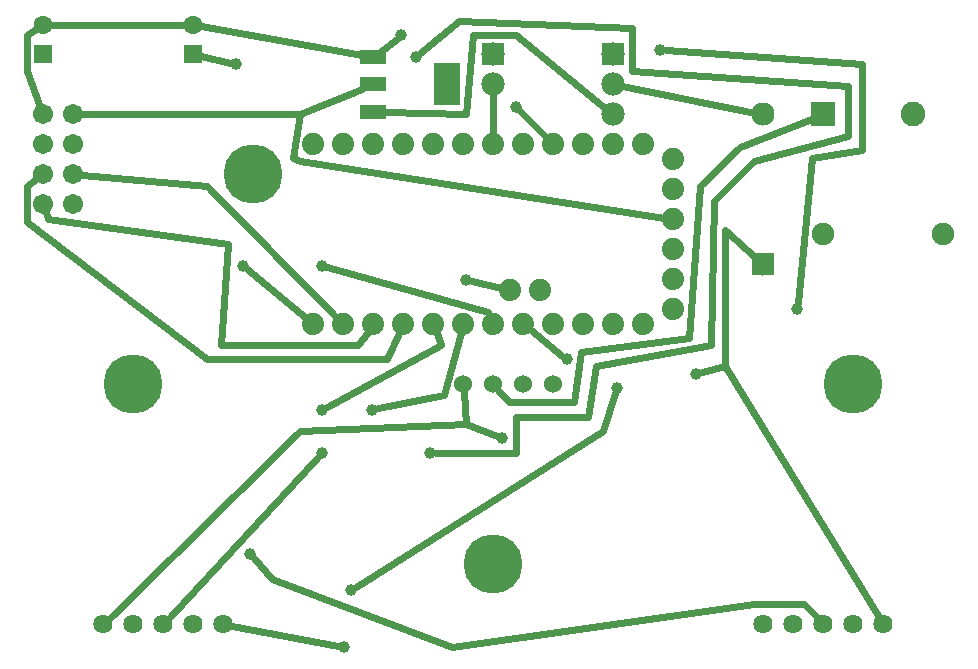
<source format=gtl>
G04 MADE WITH FRITZING*
G04 WWW.FRITZING.ORG*
G04 DOUBLE SIDED*
G04 HOLES PLATED*
G04 CONTOUR ON CENTER OF CONTOUR VECTOR*
%ASAXBY*%
%FSLAX23Y23*%
%MOIN*%
%OFA0B0*%
%SFA1.0B1.0*%
%ADD10C,0.196851*%
%ADD11C,0.067278*%
%ADD12C,0.074000*%
%ADD13C,0.077222*%
%ADD14C,0.064000*%
%ADD15C,0.078000*%
%ADD16C,0.060000*%
%ADD17C,0.062992*%
%ADD18C,0.075000*%
%ADD19C,0.082000*%
%ADD20C,0.039370*%
%ADD21R,0.077222X0.077222*%
%ADD22R,0.078000X0.078000*%
%ADD23R,0.088000X0.048000*%
%ADD24R,0.086614X0.141732*%
%ADD25R,0.062992X0.062992*%
%ADD26R,0.082000X0.082000*%
%ADD27C,0.024000*%
%LNCOPPER1*%
G90*
G70*
G54D10*
X1639Y339D03*
X839Y1639D03*
X2839Y939D03*
X439Y939D03*
G54D11*
X239Y1839D03*
X239Y1739D03*
X239Y1639D03*
X239Y1539D03*
X139Y1839D03*
X139Y1739D03*
X139Y1639D03*
X139Y1539D03*
G54D12*
X2239Y1189D03*
X2239Y1289D03*
X2239Y1389D03*
X2239Y1489D03*
X2239Y1589D03*
X2239Y1689D03*
X2139Y1139D03*
X2039Y1139D03*
X1939Y1139D03*
X1839Y1139D03*
X1739Y1139D03*
X1794Y1254D03*
X1694Y1254D03*
X1639Y1139D03*
X1539Y1139D03*
X1439Y1139D03*
X1339Y1139D03*
X1239Y1139D03*
X1139Y1139D03*
X1039Y1139D03*
X1039Y1739D03*
X1139Y1739D03*
X1239Y1739D03*
X1339Y1739D03*
X1439Y1739D03*
X1539Y1739D03*
X1639Y1739D03*
X1739Y1739D03*
X1839Y1739D03*
X1939Y1739D03*
X2039Y1739D03*
X2139Y1739D03*
G54D13*
X2539Y1839D03*
X2539Y1339D03*
X2539Y1839D03*
X2539Y1339D03*
G54D14*
X639Y139D03*
X539Y139D03*
X439Y139D03*
X339Y139D03*
X739Y139D03*
X2839Y139D03*
X2739Y139D03*
X2639Y139D03*
X2539Y139D03*
X2939Y139D03*
G54D15*
X1639Y2039D03*
X1639Y1939D03*
G54D16*
X1839Y939D03*
X1739Y939D03*
X1639Y939D03*
X1539Y939D03*
G54D15*
X2039Y2039D03*
X2039Y1939D03*
X2039Y1839D03*
G54D17*
X139Y2039D03*
X139Y2137D03*
G54D18*
X2739Y1439D03*
X3139Y1439D03*
G54D17*
X639Y2039D03*
X639Y2137D03*
G54D19*
X2739Y1839D03*
X3039Y1839D03*
G54D20*
X1548Y1287D03*
X1884Y1023D03*
X1668Y759D03*
X828Y375D03*
X1236Y855D03*
X1068Y711D03*
X1068Y1335D03*
X804Y1335D03*
X1428Y711D03*
X1380Y2031D03*
X1068Y855D03*
X1716Y1863D03*
X1332Y2103D03*
X2316Y975D03*
X1140Y63D03*
X1164Y255D03*
X2052Y927D03*
X2196Y2055D03*
X2652Y1191D03*
X780Y2007D03*
G54D21*
X2539Y1339D03*
X2539Y1339D03*
G54D22*
X1639Y2039D03*
G54D23*
X1239Y2030D03*
X1239Y1939D03*
X1239Y1848D03*
G54D24*
X1483Y1939D03*
G54D22*
X2039Y2039D03*
G54D25*
X139Y2039D03*
X639Y2039D03*
G54D26*
X2739Y1839D03*
G54D27*
X1639Y1909D02*
X1639Y1770D01*
D02*
X2512Y1844D02*
X2068Y1933D01*
D02*
X1117Y1161D02*
X684Y1599D01*
D02*
X684Y1599D02*
X267Y1636D01*
D02*
X1277Y1847D02*
X1548Y1839D01*
D02*
X1548Y1839D02*
X1572Y2103D01*
D02*
X1572Y2103D02*
X1716Y2103D01*
D02*
X1716Y2103D02*
X2016Y1858D01*
D02*
X1567Y1283D02*
X1664Y1261D01*
D02*
X1763Y1119D02*
X1869Y1035D01*
D02*
X1541Y914D02*
X1548Y807D01*
D02*
X1548Y807D02*
X1650Y766D01*
D02*
X1200Y1923D02*
X996Y1839D01*
D02*
X996Y1839D02*
X972Y1695D01*
D02*
X972Y1695D02*
X996Y1683D01*
D02*
X996Y1683D02*
X2208Y1494D01*
D02*
X267Y1839D02*
X996Y1839D01*
D02*
X361Y161D02*
X996Y783D01*
D02*
X996Y783D02*
X1548Y807D01*
D02*
X2718Y162D02*
X2676Y207D01*
D02*
X2676Y207D02*
X2508Y207D01*
D02*
X2508Y207D02*
X1500Y63D01*
D02*
X1500Y63D02*
X900Y291D01*
D02*
X900Y291D02*
X840Y361D01*
D02*
X1255Y859D02*
X1476Y903D01*
D02*
X1476Y903D02*
X1531Y1109D01*
D02*
X560Y162D02*
X1055Y697D01*
D02*
X1086Y1330D02*
X1620Y1179D01*
D02*
X1620Y1179D02*
X1626Y1167D01*
D02*
X1015Y1159D02*
X819Y1323D01*
D02*
X2709Y1827D02*
X2460Y1731D01*
D02*
X2460Y1731D02*
X2328Y1599D01*
D02*
X2328Y1599D02*
X2292Y1095D01*
D02*
X2292Y1095D02*
X1932Y1047D01*
D02*
X1932Y1047D02*
X1908Y879D01*
D02*
X1908Y879D02*
X1692Y879D01*
D02*
X1692Y879D02*
X1656Y920D01*
D02*
X1447Y711D02*
X1716Y711D01*
D02*
X1716Y711D02*
X1716Y831D01*
D02*
X1716Y831D02*
X1956Y831D01*
D02*
X1956Y831D02*
X1980Y999D01*
D02*
X1980Y999D02*
X2364Y1071D01*
D02*
X2364Y1071D02*
X2376Y1551D01*
D02*
X2376Y1551D02*
X2508Y1683D01*
D02*
X2508Y1683D02*
X2820Y1767D01*
D02*
X2820Y1767D02*
X2820Y1935D01*
D02*
X2820Y1935D02*
X2100Y1983D01*
D02*
X2100Y1983D02*
X2100Y2127D01*
D02*
X2100Y2127D02*
X1524Y2151D01*
D02*
X1524Y2151D02*
X1395Y2043D01*
D02*
X148Y1512D02*
X156Y1491D01*
X156Y1491D02*
X756Y1407D01*
D02*
X756Y1407D02*
X732Y1071D01*
D02*
X732Y1071D02*
X1188Y1071D01*
D02*
X1188Y1071D02*
X1220Y1114D01*
D02*
X1326Y1111D02*
X1284Y1023D01*
D02*
X1284Y1023D02*
X684Y1023D01*
D02*
X684Y1023D02*
X84Y1479D01*
X84Y1479D02*
X84Y1599D01*
X84Y1599D02*
X116Y1622D01*
D02*
X1085Y864D02*
X1464Y1071D01*
D02*
X1464Y1071D02*
X1450Y1110D01*
D02*
X129Y1865D02*
X84Y1983D01*
X84Y1983D02*
X84Y2103D01*
X84Y2103D02*
X116Y2123D01*
D02*
X612Y2137D02*
X166Y2137D01*
D02*
X1200Y2037D02*
X665Y2133D01*
D02*
X1817Y1761D02*
X1729Y1850D01*
D02*
X1317Y2091D02*
X1262Y2048D01*
D02*
X2519Y1357D02*
X2412Y1455D01*
D02*
X2412Y1455D02*
X2412Y999D01*
D02*
X2412Y999D02*
X2334Y980D01*
D02*
X2923Y165D02*
X2412Y999D01*
D02*
X769Y133D02*
X1121Y67D01*
D02*
X1180Y265D02*
X2004Y783D01*
D02*
X2004Y783D02*
X2046Y909D01*
D02*
X2215Y2054D02*
X2868Y2007D01*
D02*
X2868Y2007D02*
X2868Y1719D01*
D02*
X2868Y1719D02*
X2700Y1695D01*
D02*
X2700Y1695D02*
X2654Y1210D01*
D02*
X761Y2011D02*
X665Y2033D01*
G04 End of Copper1*
M02*
</source>
